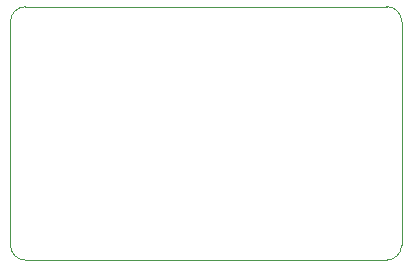
<source format=gm1>
G04 #@! TF.GenerationSoftware,KiCad,Pcbnew,8.0.1*
G04 #@! TF.CreationDate,2024-04-19T23:10:03+02:00*
G04 #@! TF.ProjectId,esp-ir-receiver,6573702d-6972-42d7-9265-636569766572,1.0.0*
G04 #@! TF.SameCoordinates,Original*
G04 #@! TF.FileFunction,Profile,NP*
%FSLAX46Y46*%
G04 Gerber Fmt 4.6, Leading zero omitted, Abs format (unit mm)*
G04 Created by KiCad (PCBNEW 8.0.1) date 2024-04-19 23:10:03*
%MOMM*%
%LPD*%
G01*
G04 APERTURE LIST*
G04 #@! TA.AperFunction,Profile*
%ADD10C,0.100000*%
G04 #@! TD*
G04 APERTURE END LIST*
D10*
X128124052Y-114542969D02*
X128124027Y-95638025D01*
X161252975Y-114542973D02*
G75*
G02*
X159982975Y-115812975I-1269975J-27D01*
G01*
X159992001Y-94358999D02*
G75*
G02*
X161262001Y-95628999I-1J-1270001D01*
G01*
X128124027Y-95638025D02*
G75*
G02*
X129394027Y-94368027I1269973J25D01*
G01*
X161262001Y-95628999D02*
X161252975Y-114542973D01*
X129394027Y-94368025D02*
X159992001Y-94358999D01*
X159982975Y-115812973D02*
X129394052Y-115812969D01*
X129394052Y-115812969D02*
G75*
G02*
X128124031Y-114542969I-152J1269869D01*
G01*
M02*

</source>
